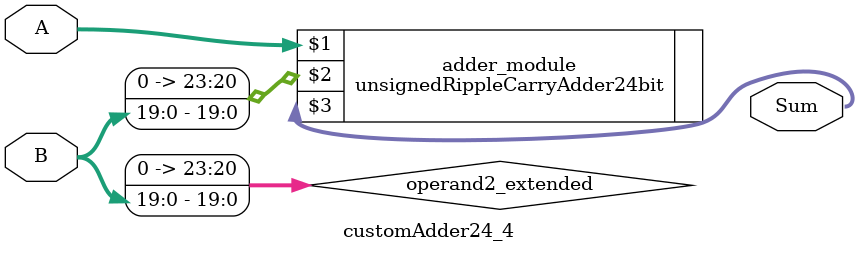
<source format=v>

module customAdder24_4(
                    input [23 : 0] A,
                    input [19 : 0] B,
                    
                    output [24 : 0] Sum
            );

    wire [23 : 0] operand2_extended;
    
    assign operand2_extended =  {4'b0, B};
    
    unsignedRippleCarryAdder24bit adder_module(
        A,
        operand2_extended,
        Sum
    );
    
endmodule
        
</source>
